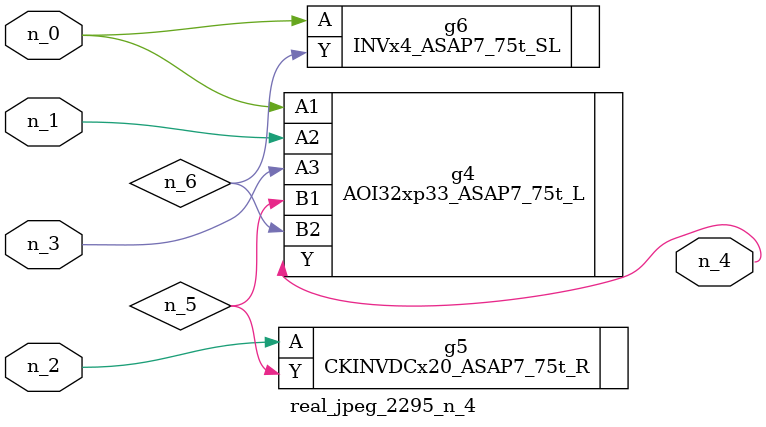
<source format=v>
module real_jpeg_2295_n_4 (n_3, n_1, n_0, n_2, n_4);

input n_3;
input n_1;
input n_0;
input n_2;

output n_4;

wire n_5;
wire n_6;

AOI32xp33_ASAP7_75t_L g4 ( 
.A1(n_0),
.A2(n_1),
.A3(n_3),
.B1(n_5),
.B2(n_6),
.Y(n_4)
);

INVx4_ASAP7_75t_SL g6 ( 
.A(n_0),
.Y(n_6)
);

CKINVDCx20_ASAP7_75t_R g5 ( 
.A(n_2),
.Y(n_5)
);


endmodule
</source>
